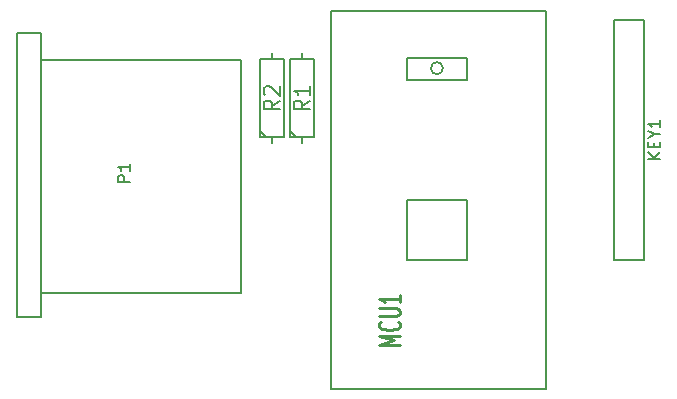
<source format=gto>
G04 (created by PCBNEW (2013-07-07 BZR 4022)-stable) date 16/07/2014 11:45:37*
%MOIN*%
G04 Gerber Fmt 3.4, Leading zero omitted, Abs format*
%FSLAX34Y34*%
G01*
G70*
G90*
G04 APERTURE LIST*
%ADD10C,0.00590551*%
%ADD11C,0.008*%
%ADD12C,0.01125*%
%ADD13C,0.012*%
G04 APERTURE END LIST*
G54D10*
G54D11*
X38300Y-23400D02*
X38300Y-23200D01*
X38300Y-20400D02*
X38300Y-20600D01*
X38300Y-20600D02*
X37900Y-20600D01*
X37900Y-20600D02*
X37900Y-23200D01*
X37900Y-23200D02*
X38700Y-23200D01*
X38700Y-23200D02*
X38700Y-20600D01*
X38700Y-20600D02*
X38300Y-20600D01*
X38100Y-23200D02*
X37900Y-23000D01*
X39300Y-23400D02*
X39300Y-23200D01*
X39300Y-20400D02*
X39300Y-20600D01*
X39300Y-20600D02*
X38900Y-20600D01*
X38900Y-20600D02*
X38900Y-23200D01*
X38900Y-23200D02*
X39700Y-23200D01*
X39700Y-23200D02*
X39700Y-20600D01*
X39700Y-20600D02*
X39300Y-20600D01*
X39100Y-23200D02*
X38900Y-23000D01*
G54D10*
X44000Y-20900D02*
G75*
G03X44000Y-20900I-200J0D01*
G74*
G01*
X42800Y-21300D02*
X44800Y-21300D01*
X44800Y-21300D02*
X44800Y-20550D01*
X44800Y-20550D02*
X42800Y-20550D01*
X42800Y-20550D02*
X42800Y-21300D01*
X43800Y-27300D02*
X42800Y-27300D01*
X42800Y-27300D02*
X42800Y-25300D01*
X42800Y-25300D02*
X44800Y-25300D01*
X44800Y-25300D02*
X44800Y-27300D01*
X44800Y-27300D02*
X43800Y-27300D01*
X40256Y-31583D02*
X47441Y-31583D01*
X47441Y-31583D02*
X47441Y-18985D01*
X47441Y-18985D02*
X40256Y-18985D01*
X40256Y-18985D02*
X40256Y-31583D01*
X30591Y-20628D02*
X30591Y-29191D01*
X30591Y-29191D02*
X29803Y-29191D01*
X29803Y-29191D02*
X29803Y-19742D01*
X29803Y-19742D02*
X30591Y-19742D01*
X30591Y-19742D02*
X30591Y-20628D01*
X30591Y-28403D02*
X37284Y-28403D01*
X37284Y-28403D02*
X37284Y-20628D01*
X37284Y-20628D02*
X30591Y-20628D01*
X50450Y-19300D02*
X49700Y-19300D01*
X49700Y-19300D02*
X49700Y-27300D01*
X49700Y-27300D02*
X50700Y-27300D01*
X50700Y-27300D02*
X50700Y-19300D01*
X50700Y-19300D02*
X50450Y-19300D01*
G54D11*
X38572Y-21983D02*
X38310Y-22150D01*
X38572Y-22269D02*
X38022Y-22269D01*
X38022Y-22078D01*
X38048Y-22030D01*
X38075Y-22007D01*
X38127Y-21983D01*
X38205Y-21983D01*
X38258Y-22007D01*
X38284Y-22030D01*
X38310Y-22078D01*
X38310Y-22269D01*
X38075Y-21792D02*
X38048Y-21769D01*
X38022Y-21721D01*
X38022Y-21602D01*
X38048Y-21554D01*
X38075Y-21530D01*
X38127Y-21507D01*
X38179Y-21507D01*
X38258Y-21530D01*
X38572Y-21816D01*
X38572Y-21507D01*
X39572Y-21983D02*
X39310Y-22150D01*
X39572Y-22269D02*
X39022Y-22269D01*
X39022Y-22078D01*
X39048Y-22030D01*
X39075Y-22007D01*
X39127Y-21983D01*
X39205Y-21983D01*
X39258Y-22007D01*
X39284Y-22030D01*
X39310Y-22078D01*
X39310Y-22269D01*
X39572Y-21507D02*
X39572Y-21792D01*
X39572Y-21650D02*
X39022Y-21650D01*
X39101Y-21697D01*
X39153Y-21745D01*
X39179Y-21792D01*
G54D12*
X42583Y-30125D02*
X41883Y-30125D01*
X42383Y-29975D01*
X41883Y-29825D01*
X42583Y-29825D01*
X42516Y-29353D02*
X42550Y-29375D01*
X42583Y-29439D01*
X42583Y-29482D01*
X42550Y-29546D01*
X42483Y-29589D01*
X42416Y-29610D01*
X42283Y-29632D01*
X42183Y-29632D01*
X42050Y-29610D01*
X41983Y-29589D01*
X41916Y-29546D01*
X41883Y-29482D01*
X41883Y-29439D01*
X41916Y-29375D01*
X41950Y-29353D01*
X41883Y-29160D02*
X42450Y-29160D01*
X42516Y-29139D01*
X42550Y-29117D01*
X42583Y-29075D01*
X42583Y-28989D01*
X42550Y-28946D01*
X42516Y-28925D01*
X42450Y-28903D01*
X41883Y-28903D01*
X42583Y-28453D02*
X42583Y-28710D01*
X42583Y-28582D02*
X41883Y-28582D01*
X41983Y-28624D01*
X42050Y-28667D01*
X42083Y-28710D01*
G54D13*
G54D10*
X33559Y-24690D02*
X33165Y-24690D01*
X33165Y-24540D01*
X33184Y-24503D01*
X33203Y-24484D01*
X33240Y-24465D01*
X33296Y-24465D01*
X33334Y-24484D01*
X33353Y-24503D01*
X33371Y-24540D01*
X33371Y-24690D01*
X33559Y-24090D02*
X33559Y-24315D01*
X33559Y-24203D02*
X33165Y-24203D01*
X33221Y-24240D01*
X33259Y-24278D01*
X33278Y-24315D01*
X51245Y-23937D02*
X50851Y-23937D01*
X51245Y-23712D02*
X51020Y-23881D01*
X50851Y-23712D02*
X51076Y-23937D01*
X51038Y-23543D02*
X51038Y-23412D01*
X51245Y-23356D02*
X51245Y-23543D01*
X50851Y-23543D01*
X50851Y-23356D01*
X51057Y-23112D02*
X51245Y-23112D01*
X50851Y-23243D02*
X51057Y-23112D01*
X50851Y-22981D01*
X51245Y-22643D02*
X51245Y-22868D01*
X51245Y-22756D02*
X50851Y-22756D01*
X50907Y-22793D01*
X50945Y-22831D01*
X50963Y-22868D01*
M02*

</source>
